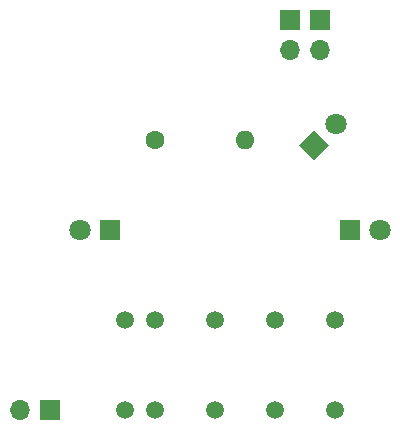
<source format=gtl>
G04 #@! TF.GenerationSoftware,KiCad,Pcbnew,5.1.10*
G04 #@! TF.CreationDate,2021-05-04T21:09:51+02:00*
G04 #@! TF.ProjectId,Weichensimulator-links,57656963-6865-46e7-9369-6d756c61746f,rev?*
G04 #@! TF.SameCoordinates,Original*
G04 #@! TF.FileFunction,Copper,L1,Top*
G04 #@! TF.FilePolarity,Positive*
%FSLAX46Y46*%
G04 Gerber Fmt 4.6, Leading zero omitted, Abs format (unit mm)*
G04 Created by KiCad (PCBNEW 5.1.10) date 2021-05-04 21:09:51*
%MOMM*%
%LPD*%
G01*
G04 APERTURE LIST*
G04 #@! TA.AperFunction,ComponentPad*
%ADD10C,1.500000*%
G04 #@! TD*
G04 #@! TA.AperFunction,ComponentPad*
%ADD11C,1.800000*%
G04 #@! TD*
G04 #@! TA.AperFunction,ComponentPad*
%ADD12R,1.800000X1.800000*%
G04 #@! TD*
G04 #@! TA.AperFunction,ComponentPad*
%ADD13C,0.100000*%
G04 #@! TD*
G04 #@! TA.AperFunction,ComponentPad*
%ADD14O,1.600000X1.600000*%
G04 #@! TD*
G04 #@! TA.AperFunction,ComponentPad*
%ADD15C,1.600000*%
G04 #@! TD*
G04 #@! TA.AperFunction,ComponentPad*
%ADD16O,1.700000X1.700000*%
G04 #@! TD*
G04 #@! TA.AperFunction,ComponentPad*
%ADD17R,1.700000X1.700000*%
G04 #@! TD*
G04 APERTURE END LIST*
D10*
X125730000Y-121920000D03*
X128270000Y-121920000D03*
X133350000Y-121920000D03*
X138430000Y-121920000D03*
X143510000Y-121920000D03*
X143510000Y-114300000D03*
X138430000Y-114300000D03*
X133350000Y-114300000D03*
X128270000Y-114300000D03*
X125730000Y-114300000D03*
D11*
X121920000Y-106680000D03*
D12*
X124460000Y-106680000D03*
X144780000Y-106680000D03*
D11*
X147320000Y-106680000D03*
X143596051Y-97703949D03*
G04 #@! TA.AperFunction,ComponentPad*
D13*
G36*
X141800000Y-100772792D02*
G01*
X140527208Y-99500000D01*
X141800000Y-98227208D01*
X143072792Y-99500000D01*
X141800000Y-100772792D01*
G37*
G04 #@! TD.AperFunction*
D14*
X135890000Y-99060000D03*
D15*
X128270000Y-99060000D03*
D16*
X116840000Y-121920000D03*
D17*
X119380000Y-121920000D03*
X139700000Y-88900000D03*
D16*
X139700000Y-91440000D03*
X142240000Y-91440000D03*
D17*
X142240000Y-88900000D03*
M02*

</source>
